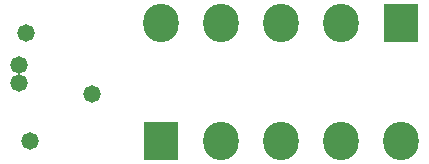
<source format=gbr>
G04*
G04 #@! TF.GenerationSoftware,Altium Limited,Altium Designer,23.0.1 (38)*
G04*
G04 Layer_Color=16711935*
%FSLAX25Y25*%
%MOIN*%
G70*
G04*
G04 #@! TF.SameCoordinates,522C3931-FE7E-4C40-AD20-8D3CB5E53036*
G04*
G04*
G04 #@! TF.FilePolarity,Negative*
G04*
G01*
G75*
%ADD29O,0.11800X0.12800*%
%ADD30R,0.11800X0.12800*%
%ADD31C,0.05800*%
D29*
X419800Y150600D02*
D03*
X399800D02*
D03*
X439800D02*
D03*
X459800D02*
D03*
X380000Y190000D02*
D03*
X400000D02*
D03*
X440000D02*
D03*
X420000D02*
D03*
D30*
X379800Y150600D02*
D03*
X460000Y190000D02*
D03*
D31*
X356844Y166257D02*
D03*
X332630Y169801D02*
D03*
X332531Y175800D02*
D03*
X334800Y186400D02*
D03*
X336200Y150400D02*
D03*
M02*

</source>
